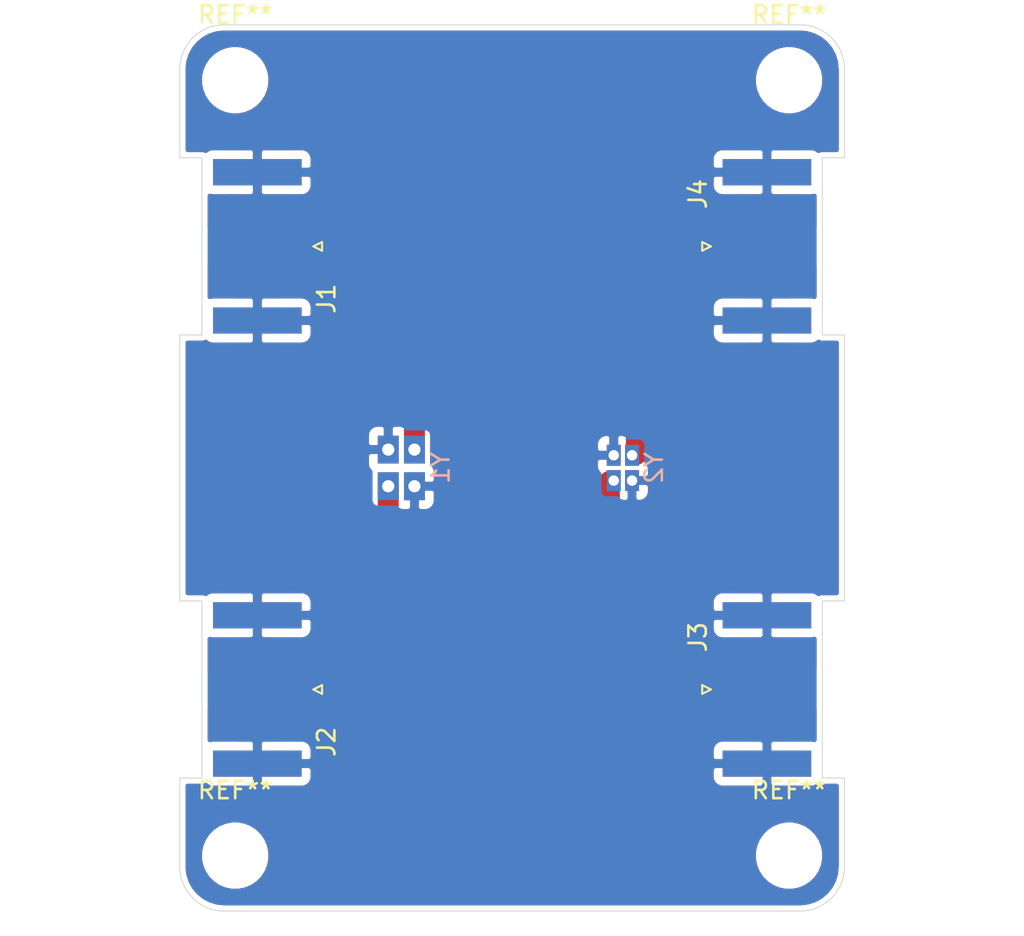
<source format=kicad_pcb>
(kicad_pcb (version 20171130) (host pcbnew "(5.1.5)-3")

  (general
    (thickness 1.6)
    (drawings 26)
    (tracks 12)
    (zones 0)
    (modules 10)
    (nets 6)
  )

  (page A4)
  (layers
    (0 F.Cu signal)
    (31 B.Cu signal)
    (32 B.Adhes user)
    (33 F.Adhes user)
    (34 B.Paste user)
    (35 F.Paste user)
    (36 B.SilkS user)
    (37 F.SilkS user)
    (38 B.Mask user)
    (39 F.Mask user)
    (40 Dwgs.User user)
    (41 Cmts.User user)
    (42 Eco1.User user)
    (43 Eco2.User user)
    (44 Edge.Cuts user)
    (45 Margin user)
    (46 B.CrtYd user)
    (47 F.CrtYd user)
    (48 B.Fab user)
    (49 F.Fab user)
  )

  (setup
    (last_trace_width 0.25)
    (trace_clearance 0.2)
    (zone_clearance 0.3)
    (zone_45_only no)
    (trace_min 0.2)
    (via_size 0.8)
    (via_drill 0.4)
    (via_min_size 0.4)
    (via_min_drill 0.3)
    (uvia_size 0.3)
    (uvia_drill 0.1)
    (uvias_allowed no)
    (uvia_min_size 0.2)
    (uvia_min_drill 0.1)
    (edge_width 0.05)
    (segment_width 0.2)
    (pcb_text_width 0.3)
    (pcb_text_size 1.5 1.5)
    (mod_edge_width 0.12)
    (mod_text_size 1 1)
    (mod_text_width 0.15)
    (pad_size 3.2 3.2)
    (pad_drill 3.2)
    (pad_to_mask_clearance 0.051)
    (solder_mask_min_width 0.25)
    (aux_axis_origin 0 0)
    (visible_elements 7FFFFFFF)
    (pcbplotparams
      (layerselection 0x01400_ffffffff)
      (usegerberextensions false)
      (usegerberattributes false)
      (usegerberadvancedattributes false)
      (creategerberjobfile false)
      (excludeedgelayer true)
      (linewidth 0.100000)
      (plotframeref false)
      (viasonmask false)
      (mode 1)
      (useauxorigin false)
      (hpglpennumber 1)
      (hpglpenspeed 20)
      (hpglpendiameter 15.000000)
      (psnegative false)
      (psa4output false)
      (plotreference true)
      (plotvalue true)
      (plotinvisibletext false)
      (padsonsilk false)
      (subtractmaskfromsilk false)
      (outputformat 1)
      (mirror false)
      (drillshape 0)
      (scaleselection 1)
      (outputdirectory "./"))
  )

  (net 0 "")
  (net 1 GND)
  (net 2 "Net-(J1-Pad1)")
  (net 3 "Net-(J2-Pad1)")
  (net 4 "Net-(J3-Pad1)")
  (net 5 "Net-(J4-Pad1)")

  (net_class Default "This is the default net class."
    (clearance 0.2)
    (trace_width 0.25)
    (via_dia 0.8)
    (via_drill 0.4)
    (uvia_dia 0.3)
    (uvia_drill 0.1)
    (add_net GND)
  )

  (net_class 50ohm_milled ""
    (clearance 0.3)
    (trace_width 1.2)
    (via_dia 1.3)
    (via_drill 1)
    (uvia_dia 0.3)
    (uvia_drill 0.1)
    (add_net "Net-(J1-Pad1)")
    (add_net "Net-(J2-Pad1)")
    (add_net "Net-(J3-Pad1)")
    (add_net "Net-(J4-Pad1)")
  )

  (module MountingHole:MountingHole_3.2mm_M3_ISO14580 (layer F.Cu) (tedit 56D1B4CB) (tstamp 5E3DE20C)
    (at 3.175 -3.175)
    (descr "Mounting Hole 3.2mm, no annular, M3, ISO14580")
    (tags "mounting hole 3.2mm no annular m3 iso14580")
    (attr virtual)
    (fp_text reference REF** (at 0 -3.75) (layer F.SilkS)
      (effects (font (size 1 1) (thickness 0.15)))
    )
    (fp_text value MountingHole_3.2mm_M3_ISO14580 (at 0 3.75) (layer F.Fab)
      (effects (font (size 1 1) (thickness 0.15)))
    )
    (fp_text user %R (at 0.3 0) (layer F.Fab)
      (effects (font (size 1 1) (thickness 0.15)))
    )
    (fp_circle (center 0 0) (end 2.75 0) (layer Cmts.User) (width 0.15))
    (fp_circle (center 0 0) (end 3 0) (layer F.CrtYd) (width 0.05))
    (pad 1 np_thru_hole circle (at 0 0) (size 3.2 3.2) (drill 3.2) (layers *.Cu *.Mask))
  )

  (module Connector_Coaxial:SMA_Amphenol_132289_EdgeMount (layer F.Cu) (tedit 5A1C1810) (tstamp 5E3DDC94)
    (at 4.445 -38.1 180)
    (descr http://www.amphenolrf.com/132289.html)
    (tags SMA)
    (path /5D614539)
    (attr smd)
    (fp_text reference J1 (at -3.96 -3 90) (layer F.SilkS)
      (effects (font (size 1 1) (thickness 0.15)))
    )
    (fp_text value Conn_Coaxial (at 5 6) (layer F.Fab)
      (effects (font (size 1 1) (thickness 0.15)))
    )
    (fp_line (start -1.91 5.08) (end 4.445 5.08) (layer F.Fab) (width 0.1))
    (fp_line (start -1.91 3.81) (end -1.91 5.08) (layer F.Fab) (width 0.1))
    (fp_line (start 2.54 3.81) (end -1.91 3.81) (layer F.Fab) (width 0.1))
    (fp_line (start 2.54 -3.81) (end 2.54 3.81) (layer F.Fab) (width 0.1))
    (fp_line (start -1.91 -3.81) (end 2.54 -3.81) (layer F.Fab) (width 0.1))
    (fp_line (start -1.91 -5.08) (end -1.91 -3.81) (layer F.Fab) (width 0.1))
    (fp_line (start -1.91 -5.08) (end 4.445 -5.08) (layer F.Fab) (width 0.1))
    (fp_line (start 4.445 -3.81) (end 4.445 -5.08) (layer F.Fab) (width 0.1))
    (fp_line (start 4.445 5.08) (end 4.445 3.81) (layer F.Fab) (width 0.1))
    (fp_line (start 13.97 3.81) (end 4.445 3.81) (layer F.Fab) (width 0.1))
    (fp_line (start 13.97 -3.81) (end 13.97 3.81) (layer F.Fab) (width 0.1))
    (fp_line (start 4.445 -3.81) (end 13.97 -3.81) (layer F.Fab) (width 0.1))
    (fp_line (start -3.04 5.58) (end -3.04 -5.58) (layer B.CrtYd) (width 0.05))
    (fp_line (start 14.47 5.58) (end -3.04 5.58) (layer B.CrtYd) (width 0.05))
    (fp_line (start 14.47 -5.58) (end 14.47 5.58) (layer B.CrtYd) (width 0.05))
    (fp_line (start 14.47 -5.58) (end -3.04 -5.58) (layer B.CrtYd) (width 0.05))
    (fp_line (start -3.04 5.58) (end -3.04 -5.58) (layer F.CrtYd) (width 0.05))
    (fp_line (start 14.47 5.58) (end -3.04 5.58) (layer F.CrtYd) (width 0.05))
    (fp_line (start 14.47 -5.58) (end 14.47 5.58) (layer F.CrtYd) (width 0.05))
    (fp_line (start 14.47 -5.58) (end -3.04 -5.58) (layer F.CrtYd) (width 0.05))
    (fp_text user %R (at 4.79 0 270) (layer F.Fab)
      (effects (font (size 1 1) (thickness 0.15)))
    )
    (fp_line (start 2.54 -0.75) (end 3.54 0) (layer F.Fab) (width 0.1))
    (fp_line (start 3.54 0) (end 2.54 0.75) (layer F.Fab) (width 0.1))
    (fp_line (start -3.21 0) (end -3.71 -0.25) (layer F.SilkS) (width 0.12))
    (fp_line (start -3.71 -0.25) (end -3.71 0.25) (layer F.SilkS) (width 0.12))
    (fp_line (start -3.71 0.25) (end -3.21 0) (layer F.SilkS) (width 0.12))
    (pad 1 smd rect (at 0 0 270) (size 1.5 5.08) (layers F.Cu F.Paste F.Mask)
      (net 2 "Net-(J1-Pad1)"))
    (pad 2 smd rect (at 0 -4.25 270) (size 1.5 5.08) (layers F.Cu F.Paste F.Mask)
      (net 1 GND))
    (pad 2 smd rect (at 0 4.25 270) (size 1.5 5.08) (layers F.Cu F.Paste F.Mask)
      (net 1 GND))
    (pad 2 smd rect (at 0 -4.25 270) (size 1.5 5.08) (layers B.Cu B.Paste B.Mask)
      (net 1 GND))
    (pad 2 smd rect (at 0 4.25 270) (size 1.5 5.08) (layers B.Cu B.Paste B.Mask)
      (net 1 GND))
    (model ${KISYS3DMOD}/Connector_Coaxial.3dshapes/SMA_Amphenol_132289_EdgeMount.wrl
      (at (xyz 0 0 0))
      (scale (xyz 1 1 1))
      (rotate (xyz 0 0 0))
    )
  )

  (module MountingHole:MountingHole_3.2mm_M3_ISO14580 (layer F.Cu) (tedit 56D1B4CB) (tstamp 5E3DA6DF)
    (at 34.925 -3.175)
    (descr "Mounting Hole 3.2mm, no annular, M3, ISO14580")
    (tags "mounting hole 3.2mm no annular m3 iso14580")
    (attr virtual)
    (fp_text reference REF** (at 0 -3.75) (layer F.SilkS)
      (effects (font (size 1 1) (thickness 0.15)))
    )
    (fp_text value MountingHole_3.2mm_M3_ISO14580 (at 0 3.75) (layer F.Fab)
      (effects (font (size 1 1) (thickness 0.15)))
    )
    (fp_circle (center 0 0) (end 3 0) (layer F.CrtYd) (width 0.05))
    (fp_circle (center 0 0) (end 2.75 0) (layer Cmts.User) (width 0.15))
    (fp_text user %R (at 0.3 0) (layer F.Fab)
      (effects (font (size 1 1) (thickness 0.15)))
    )
    (pad 1 np_thru_hole circle (at 0 0) (size 3.2 3.2) (drill 3.2) (layers *.Cu *.Mask))
  )

  (module MountingHole:MountingHole_3.2mm_M3_ISO14580 (layer F.Cu) (tedit 56D1B4CB) (tstamp 5E500ABE)
    (at 34.925 -47.625)
    (descr "Mounting Hole 3.2mm, no annular, M3, ISO14580")
    (tags "mounting hole 3.2mm no annular m3 iso14580")
    (attr virtual)
    (fp_text reference REF** (at 0 -3.75) (layer F.SilkS)
      (effects (font (size 1 1) (thickness 0.15)))
    )
    (fp_text value MountingHole_3.2mm_M3_ISO14580 (at 0 3.75) (layer F.Fab)
      (effects (font (size 1 1) (thickness 0.15)))
    )
    (fp_circle (center 0 0) (end 3 0) (layer F.CrtYd) (width 0.05))
    (fp_circle (center 0 0) (end 2.75 0) (layer Cmts.User) (width 0.15))
    (fp_text user %R (at 0.3 0) (layer F.Fab)
      (effects (font (size 1 1) (thickness 0.15)))
    )
    (pad 1 np_thru_hole circle (at 0 0) (size 3.2 3.2) (drill 3.2) (layers *.Cu *.Mask))
  )

  (module MountingHole:MountingHole_3.2mm_M3_ISO14580 (layer F.Cu) (tedit 56D1B4CB) (tstamp 5E3DD625)
    (at 3.175 -47.625)
    (descr "Mounting Hole 3.2mm, no annular, M3, ISO14580")
    (tags "mounting hole 3.2mm no annular m3 iso14580")
    (attr virtual)
    (fp_text reference REF** (at 0 -3.75) (layer F.SilkS)
      (effects (font (size 1 1) (thickness 0.15)))
    )
    (fp_text value MountingHole_3.2mm_M3_ISO14580 (at 0 3.75) (layer F.Fab)
      (effects (font (size 1 1) (thickness 0.15)))
    )
    (fp_circle (center 0 0) (end 3 0) (layer F.CrtYd) (width 0.05))
    (fp_circle (center 0 0) (end 2.75 0) (layer Cmts.User) (width 0.15))
    (fp_text user %R (at 0.3 0) (layer F.Fab)
      (effects (font (size 1 1) (thickness 0.15)))
    )
    (pad 1 np_thru_hole circle (at 0 0) (size 3.2 3.2) (drill 3.2) (layers *.Cu *.Mask))
  )

  (module Connector_Coaxial:SMA_Amphenol_132289_EdgeMount (layer F.Cu) (tedit 5A1C1810) (tstamp 5E3DD90B)
    (at 33.655 -38.1)
    (descr http://www.amphenolrf.com/132289.html)
    (tags SMA)
    (path /5E3FE1F8)
    (attr smd)
    (fp_text reference J4 (at -3.96 -3 90) (layer F.SilkS)
      (effects (font (size 1 1) (thickness 0.15)))
    )
    (fp_text value Conn_Coaxial (at 5 6) (layer F.Fab)
      (effects (font (size 1 1) (thickness 0.15)))
    )
    (fp_line (start -1.91 5.08) (end 4.445 5.08) (layer F.Fab) (width 0.1))
    (fp_line (start -1.91 3.81) (end -1.91 5.08) (layer F.Fab) (width 0.1))
    (fp_line (start 2.54 3.81) (end -1.91 3.81) (layer F.Fab) (width 0.1))
    (fp_line (start 2.54 -3.81) (end 2.54 3.81) (layer F.Fab) (width 0.1))
    (fp_line (start -1.91 -3.81) (end 2.54 -3.81) (layer F.Fab) (width 0.1))
    (fp_line (start -1.91 -5.08) (end -1.91 -3.81) (layer F.Fab) (width 0.1))
    (fp_line (start -1.91 -5.08) (end 4.445 -5.08) (layer F.Fab) (width 0.1))
    (fp_line (start 4.445 -3.81) (end 4.445 -5.08) (layer F.Fab) (width 0.1))
    (fp_line (start 4.445 5.08) (end 4.445 3.81) (layer F.Fab) (width 0.1))
    (fp_line (start 13.97 3.81) (end 4.445 3.81) (layer F.Fab) (width 0.1))
    (fp_line (start 13.97 -3.81) (end 13.97 3.81) (layer F.Fab) (width 0.1))
    (fp_line (start 4.445 -3.81) (end 13.97 -3.81) (layer F.Fab) (width 0.1))
    (fp_line (start -3.04 5.58) (end -3.04 -5.58) (layer B.CrtYd) (width 0.05))
    (fp_line (start 14.47 5.58) (end -3.04 5.58) (layer B.CrtYd) (width 0.05))
    (fp_line (start 14.47 -5.58) (end 14.47 5.58) (layer B.CrtYd) (width 0.05))
    (fp_line (start 14.47 -5.58) (end -3.04 -5.58) (layer B.CrtYd) (width 0.05))
    (fp_line (start -3.04 5.58) (end -3.04 -5.58) (layer F.CrtYd) (width 0.05))
    (fp_line (start 14.47 5.58) (end -3.04 5.58) (layer F.CrtYd) (width 0.05))
    (fp_line (start 14.47 -5.58) (end 14.47 5.58) (layer F.CrtYd) (width 0.05))
    (fp_line (start 14.47 -5.58) (end -3.04 -5.58) (layer F.CrtYd) (width 0.05))
    (fp_text user %R (at 4.79 0 270) (layer F.Fab)
      (effects (font (size 1 1) (thickness 0.15)))
    )
    (fp_line (start 2.54 -0.75) (end 3.54 0) (layer F.Fab) (width 0.1))
    (fp_line (start 3.54 0) (end 2.54 0.75) (layer F.Fab) (width 0.1))
    (fp_line (start -3.21 0) (end -3.71 -0.25) (layer F.SilkS) (width 0.12))
    (fp_line (start -3.71 -0.25) (end -3.71 0.25) (layer F.SilkS) (width 0.12))
    (fp_line (start -3.71 0.25) (end -3.21 0) (layer F.SilkS) (width 0.12))
    (pad 1 smd rect (at 0 0 90) (size 1.5 5.08) (layers F.Cu F.Paste F.Mask)
      (net 5 "Net-(J4-Pad1)"))
    (pad 2 smd rect (at 0 -4.25 90) (size 1.5 5.08) (layers F.Cu F.Paste F.Mask)
      (net 1 GND))
    (pad 2 smd rect (at 0 4.25 90) (size 1.5 5.08) (layers F.Cu F.Paste F.Mask)
      (net 1 GND))
    (pad 2 smd rect (at 0 -4.25 90) (size 1.5 5.08) (layers B.Cu B.Paste B.Mask)
      (net 1 GND))
    (pad 2 smd rect (at 0 4.25 90) (size 1.5 5.08) (layers B.Cu B.Paste B.Mask)
      (net 1 GND))
    (model ${KISYS3DMOD}/Connector_Coaxial.3dshapes/SMA_Amphenol_132289_EdgeMount.wrl
      (at (xyz 0 0 0))
      (scale (xyz 1 1 1))
      (rotate (xyz 0 0 0))
    )
  )

  (module Connector_Coaxial:SMA_Amphenol_132289_EdgeMount (layer F.Cu) (tedit 5A1C1810) (tstamp 5E3DE5A0)
    (at 33.655 -12.7)
    (descr http://www.amphenolrf.com/132289.html)
    (tags SMA)
    (path /5E3FE202)
    (attr smd)
    (fp_text reference J3 (at -3.96 -3 90) (layer F.SilkS)
      (effects (font (size 1 1) (thickness 0.15)))
    )
    (fp_text value Conn_Coaxial (at 5 6) (layer F.Fab)
      (effects (font (size 1 1) (thickness 0.15)))
    )
    (fp_line (start -1.91 5.08) (end 4.445 5.08) (layer F.Fab) (width 0.1))
    (fp_line (start -1.91 3.81) (end -1.91 5.08) (layer F.Fab) (width 0.1))
    (fp_line (start 2.54 3.81) (end -1.91 3.81) (layer F.Fab) (width 0.1))
    (fp_line (start 2.54 -3.81) (end 2.54 3.81) (layer F.Fab) (width 0.1))
    (fp_line (start -1.91 -3.81) (end 2.54 -3.81) (layer F.Fab) (width 0.1))
    (fp_line (start -1.91 -5.08) (end -1.91 -3.81) (layer F.Fab) (width 0.1))
    (fp_line (start -1.91 -5.08) (end 4.445 -5.08) (layer F.Fab) (width 0.1))
    (fp_line (start 4.445 -3.81) (end 4.445 -5.08) (layer F.Fab) (width 0.1))
    (fp_line (start 4.445 5.08) (end 4.445 3.81) (layer F.Fab) (width 0.1))
    (fp_line (start 13.97 3.81) (end 4.445 3.81) (layer F.Fab) (width 0.1))
    (fp_line (start 13.97 -3.81) (end 13.97 3.81) (layer F.Fab) (width 0.1))
    (fp_line (start 4.445 -3.81) (end 13.97 -3.81) (layer F.Fab) (width 0.1))
    (fp_line (start -3.04 5.58) (end -3.04 -5.58) (layer B.CrtYd) (width 0.05))
    (fp_line (start 14.47 5.58) (end -3.04 5.58) (layer B.CrtYd) (width 0.05))
    (fp_line (start 14.47 -5.58) (end 14.47 5.58) (layer B.CrtYd) (width 0.05))
    (fp_line (start 14.47 -5.58) (end -3.04 -5.58) (layer B.CrtYd) (width 0.05))
    (fp_line (start -3.04 5.58) (end -3.04 -5.58) (layer F.CrtYd) (width 0.05))
    (fp_line (start 14.47 5.58) (end -3.04 5.58) (layer F.CrtYd) (width 0.05))
    (fp_line (start 14.47 -5.58) (end 14.47 5.58) (layer F.CrtYd) (width 0.05))
    (fp_line (start 14.47 -5.58) (end -3.04 -5.58) (layer F.CrtYd) (width 0.05))
    (fp_text user %R (at 4.79 0 270) (layer F.Fab)
      (effects (font (size 1 1) (thickness 0.15)))
    )
    (fp_line (start 2.54 -0.75) (end 3.54 0) (layer F.Fab) (width 0.1))
    (fp_line (start 3.54 0) (end 2.54 0.75) (layer F.Fab) (width 0.1))
    (fp_line (start -3.21 0) (end -3.71 -0.25) (layer F.SilkS) (width 0.12))
    (fp_line (start -3.71 -0.25) (end -3.71 0.25) (layer F.SilkS) (width 0.12))
    (fp_line (start -3.71 0.25) (end -3.21 0) (layer F.SilkS) (width 0.12))
    (pad 1 smd rect (at 0 0 90) (size 1.5 5.08) (layers F.Cu F.Paste F.Mask)
      (net 4 "Net-(J3-Pad1)"))
    (pad 2 smd rect (at 0 -4.25 90) (size 1.5 5.08) (layers F.Cu F.Paste F.Mask)
      (net 1 GND))
    (pad 2 smd rect (at 0 4.25 90) (size 1.5 5.08) (layers F.Cu F.Paste F.Mask)
      (net 1 GND))
    (pad 2 smd rect (at 0 -4.25 90) (size 1.5 5.08) (layers B.Cu B.Paste B.Mask)
      (net 1 GND))
    (pad 2 smd rect (at 0 4.25 90) (size 1.5 5.08) (layers B.Cu B.Paste B.Mask)
      (net 1 GND))
    (model ${KISYS3DMOD}/Connector_Coaxial.3dshapes/SMA_Amphenol_132289_EdgeMount.wrl
      (at (xyz 0 0 0))
      (scale (xyz 1 1 1))
      (rotate (xyz 0 0 0))
    )
  )

  (module Connector_Coaxial:SMA_Amphenol_132289_EdgeMount (layer F.Cu) (tedit 5A1C1810) (tstamp 5E3DB7B7)
    (at 4.445 -12.7 180)
    (descr http://www.amphenolrf.com/132289.html)
    (tags SMA)
    (path /5D614489)
    (attr smd)
    (fp_text reference J2 (at -3.96 -3 90) (layer F.SilkS)
      (effects (font (size 1 1) (thickness 0.15)))
    )
    (fp_text value Conn_Coaxial (at 5 6) (layer F.Fab)
      (effects (font (size 1 1) (thickness 0.15)))
    )
    (fp_line (start -1.91 5.08) (end 4.445 5.08) (layer F.Fab) (width 0.1))
    (fp_line (start -1.91 3.81) (end -1.91 5.08) (layer F.Fab) (width 0.1))
    (fp_line (start 2.54 3.81) (end -1.91 3.81) (layer F.Fab) (width 0.1))
    (fp_line (start 2.54 -3.81) (end 2.54 3.81) (layer F.Fab) (width 0.1))
    (fp_line (start -1.91 -3.81) (end 2.54 -3.81) (layer F.Fab) (width 0.1))
    (fp_line (start -1.91 -5.08) (end -1.91 -3.81) (layer F.Fab) (width 0.1))
    (fp_line (start -1.91 -5.08) (end 4.445 -5.08) (layer F.Fab) (width 0.1))
    (fp_line (start 4.445 -3.81) (end 4.445 -5.08) (layer F.Fab) (width 0.1))
    (fp_line (start 4.445 5.08) (end 4.445 3.81) (layer F.Fab) (width 0.1))
    (fp_line (start 13.97 3.81) (end 4.445 3.81) (layer F.Fab) (width 0.1))
    (fp_line (start 13.97 -3.81) (end 13.97 3.81) (layer F.Fab) (width 0.1))
    (fp_line (start 4.445 -3.81) (end 13.97 -3.81) (layer F.Fab) (width 0.1))
    (fp_line (start -3.04 5.58) (end -3.04 -5.58) (layer B.CrtYd) (width 0.05))
    (fp_line (start 14.47 5.58) (end -3.04 5.58) (layer B.CrtYd) (width 0.05))
    (fp_line (start 14.47 -5.58) (end 14.47 5.58) (layer B.CrtYd) (width 0.05))
    (fp_line (start 14.47 -5.58) (end -3.04 -5.58) (layer B.CrtYd) (width 0.05))
    (fp_line (start -3.04 5.58) (end -3.04 -5.58) (layer F.CrtYd) (width 0.05))
    (fp_line (start 14.47 5.58) (end -3.04 5.58) (layer F.CrtYd) (width 0.05))
    (fp_line (start 14.47 -5.58) (end 14.47 5.58) (layer F.CrtYd) (width 0.05))
    (fp_line (start 14.47 -5.58) (end -3.04 -5.58) (layer F.CrtYd) (width 0.05))
    (fp_text user %R (at 4.79 0 270) (layer F.Fab)
      (effects (font (size 1 1) (thickness 0.15)))
    )
    (fp_line (start 2.54 -0.75) (end 3.54 0) (layer F.Fab) (width 0.1))
    (fp_line (start 3.54 0) (end 2.54 0.75) (layer F.Fab) (width 0.1))
    (fp_line (start -3.21 0) (end -3.71 -0.25) (layer F.SilkS) (width 0.12))
    (fp_line (start -3.71 -0.25) (end -3.71 0.25) (layer F.SilkS) (width 0.12))
    (fp_line (start -3.71 0.25) (end -3.21 0) (layer F.SilkS) (width 0.12))
    (pad 1 smd rect (at 0 0 270) (size 1.5 5.08) (layers F.Cu F.Paste F.Mask)
      (net 3 "Net-(J2-Pad1)"))
    (pad 2 smd rect (at 0 -4.25 270) (size 1.5 5.08) (layers F.Cu F.Paste F.Mask)
      (net 1 GND))
    (pad 2 smd rect (at 0 4.25 270) (size 1.5 5.08) (layers F.Cu F.Paste F.Mask)
      (net 1 GND))
    (pad 2 smd rect (at 0 -4.25 270) (size 1.5 5.08) (layers B.Cu B.Paste B.Mask)
      (net 1 GND))
    (pad 2 smd rect (at 0 4.25 270) (size 1.5 5.08) (layers B.Cu B.Paste B.Mask)
      (net 1 GND))
    (model ${KISYS3DMOD}/Connector_Coaxial.3dshapes/SMA_Amphenol_132289_EdgeMount.wrl
      (at (xyz 0 0 0))
      (scale (xyz 1 1 1))
      (rotate (xyz 0 0 0))
    )
  )

  (module abracon:AXS-3225-04-02 (layer B.Cu) (tedit 5DDD3CB3) (tstamp 5E500724)
    (at 12.7 -25.4 270)
    (path /5DDDC3CC)
    (fp_text reference Y1 (at 0 -2.25 270) (layer B.SilkS)
      (effects (font (size 1 1) (thickness 0.15)) (justify mirror))
    )
    (fp_text value AXS-3225-04-02 (at 0 2.25 270) (layer B.Fab)
      (effects (font (size 1 1) (thickness 0.15)) (justify mirror))
    )
    (fp_line (start -7 3) (end -7 -3) (layer Dwgs.User) (width 0.12))
    (fp_line (start 7 3) (end -7 3) (layer Dwgs.User) (width 0.12))
    (fp_line (start 7 -3) (end 7 3) (layer Dwgs.User) (width 0.12))
    (fp_line (start -7 -3) (end 7 -3) (layer Dwgs.User) (width 0.12))
    (fp_line (start 14 -2) (end 7 -2) (layer Dwgs.User) (width 0.12))
    (fp_line (start 14 2) (end 14 -2) (layer Dwgs.User) (width 0.12))
    (fp_line (start 7 2) (end 14 2) (layer Dwgs.User) (width 0.12))
    (pad 4 thru_hole rect (at 1.05 -0.75 270) (size 1.6 1.2) (drill 0.7) (layers *.Cu *.Mask)
      (net 1 GND))
    (pad 3 thru_hole rect (at 1.05 0.75 270) (size 1.6 1.2) (drill 0.7) (layers *.Cu *.Mask)
      (net 3 "Net-(J2-Pad1)"))
    (pad 2 thru_hole rect (at -1.05 0.75 270) (size 1.6 1.2) (drill 0.7) (layers *.Cu *.Mask)
      (net 1 GND))
    (pad 1 thru_hole rect (at -1.05 -0.75 270) (size 1.6 1.2) (drill 0.7) (layers *.Cu *.Mask)
      (net 2 "Net-(J1-Pad1)"))
  )

  (module abracon:AXS-2016-04-04 (layer B.Cu) (tedit 5DDD3B80) (tstamp 5E500F20)
    (at 25.4 -25.4 270)
    (descr "CRYSTAL OSCILLATOR TEST & BURN IN SOCKET (2.0 x 1.6 x 0.7mm)")
    (path /5E3FE232)
    (fp_text reference Y2 (at 0 -1.778 270) (layer B.SilkS)
      (effects (font (size 1 1) (thickness 0.15)) (justify mirror))
    )
    (fp_text value AXS-3225-04-02 (at 0 1.651 270) (layer F.Fab)
      (effects (font (size 1 1) (thickness 0.15)))
    )
    (fp_line (start -8 -2.5) (end -8 2.5) (layer Dwgs.User) (width 0.12))
    (fp_line (start 8 -2.5) (end -8 -2.5) (layer Dwgs.User) (width 0.12))
    (fp_line (start 8 2.5) (end 8 -2.5) (layer Dwgs.User) (width 0.12))
    (fp_line (start -8 2.5) (end 8 2.5) (layer Dwgs.User) (width 0.12))
    (fp_line (start 16 -2) (end 8 -2) (layer Dwgs.User) (width 0.12))
    (fp_line (start 16 2) (end 16 -2) (layer Dwgs.User) (width 0.12))
    (fp_line (start 8 2) (end 16 2) (layer Dwgs.User) (width 0.12))
    (pad 4 thru_hole rect (at 0.725 -0.525 270) (size 1.2 0.8) (drill 0.6) (layers *.Cu *.Mask)
      (net 1 GND))
    (pad 3 thru_hole rect (at 0.725 0.525 270) (size 1.2 0.8) (drill 0.6) (layers *.Cu *.Mask)
      (net 4 "Net-(J3-Pad1)"))
    (pad 2 thru_hole rect (at -0.725 0.525 270) (size 1.2 0.8) (drill 0.6) (layers *.Cu *.Mask)
      (net 1 GND))
    (pad 1 thru_hole rect (at -0.725 -0.525 270) (size 1.2 0.8) (drill 0.6) (layers *.Cu *.Mask)
      (net 5 "Net-(J4-Pad1)"))
  )

  (gr_line (start 2.54 0) (end 35.56 0) (layer Edge.Cuts) (width 0.05) (tstamp 5E3DE45E))
  (gr_line (start 2.54 -50.8) (end 35.56 -50.8) (layer Edge.Cuts) (width 0.05) (tstamp 5E3DE45D))
  (gr_text "3.2 x 2.5" (at 6.35 -25.4 270) (layer Eco1.User)
    (effects (font (size 1.5 1.5) (thickness 0.3)) (justify mirror))
  )
  (gr_text "2.0 x 1.6" (at 31.75 -25.4 90) (layer Eco1.User)
    (effects (font (size 1.5 1.5) (thickness 0.3)) (justify mirror))
  )
  (gr_line (start 0 -7.62) (end 0 -2.54) (layer Edge.Cuts) (width 0.05) (tstamp 5E3DD702))
  (gr_line (start 1.27 -7.62) (end 0 -7.62) (layer Edge.Cuts) (width 0.05))
  (gr_line (start 1.27 -17.78) (end 1.27 -7.62) (layer Edge.Cuts) (width 0.05))
  (gr_line (start 0 -17.78) (end 1.27 -17.78) (layer Edge.Cuts) (width 0.05))
  (gr_line (start 0 -33.02) (end 0 -17.78) (layer Edge.Cuts) (width 0.05))
  (gr_line (start 1.27 -33.02) (end 0 -33.02) (layer Edge.Cuts) (width 0.05))
  (gr_line (start 1.27 -43.18) (end 1.27 -33.02) (layer Edge.Cuts) (width 0.05))
  (gr_line (start 0 -43.18) (end 1.27 -43.18) (layer Edge.Cuts) (width 0.05))
  (gr_line (start 0 -48.26) (end 0 -43.18) (layer Edge.Cuts) (width 0.05))
  (gr_line (start 38.1 -7.62) (end 38.1 -2.54) (layer Edge.Cuts) (width 0.05) (tstamp 5E3DD6C3))
  (gr_line (start 36.83 -7.62) (end 38.1 -7.62) (layer Edge.Cuts) (width 0.05))
  (gr_line (start 36.83 -17.78) (end 36.83 -7.62) (layer Edge.Cuts) (width 0.05))
  (gr_line (start 38.1 -17.78) (end 36.83 -17.78) (layer Edge.Cuts) (width 0.05))
  (gr_line (start 38.1 -33.02) (end 38.1 -17.78) (layer Edge.Cuts) (width 0.05))
  (gr_line (start 36.83 -33.02) (end 38.1 -33.02) (layer Edge.Cuts) (width 0.05))
  (gr_line (start 36.83 -43.18) (end 36.83 -33.02) (layer Edge.Cuts) (width 0.05))
  (gr_line (start 38.1 -43.18) (end 36.83 -43.18) (layer Edge.Cuts) (width 0.05))
  (gr_line (start 38.1 -48.26) (end 38.1 -43.18) (layer Edge.Cuts) (width 0.05))
  (gr_arc (start 2.54 -2.54) (end 0 -2.54) (angle -90) (layer Edge.Cuts) (width 0.05))
  (gr_arc (start 35.56 -2.54) (end 35.56 0) (angle -90) (layer Edge.Cuts) (width 0.05))
  (gr_arc (start 35.56 -48.26) (end 38.1 -48.26) (angle -90) (layer Edge.Cuts) (width 0.05))
  (gr_arc (start 2.54 -48.26) (end 2.54 -50.8) (angle -90) (layer Edge.Cuts) (width 0.05))

  (segment (start 4.445 -38.1) (end 8.89 -38.1) (width 1.2) (layer F.Cu) (net 2))
  (segment (start 13.45 -33.54) (end 13.45 -26.45) (width 1.2) (layer F.Cu) (net 2))
  (segment (start 8.89 -38.1) (end 13.45 -33.54) (width 1.2) (layer F.Cu) (net 2))
  (segment (start 4.445 -12.7) (end 8.89 -12.7) (width 1.2) (layer F.Cu) (net 3))
  (segment (start 11.95 -15.76) (end 11.95 -24.35) (width 1.2) (layer F.Cu) (net 3))
  (segment (start 8.89 -12.7) (end 11.95 -15.76) (width 1.2) (layer F.Cu) (net 3))
  (segment (start 33.655 -12.7) (end 29.915 -12.7) (width 1.2) (layer F.Cu) (net 4))
  (segment (start 24.624999 -17.990001) (end 24.624999 -24.624999) (width 1.2) (layer F.Cu) (net 4))
  (segment (start 29.915 -12.7) (end 24.624999 -17.990001) (width 1.2) (layer F.Cu) (net 4))
  (segment (start 33.655 -38.1) (end 29.21 -38.1) (width 1.2) (layer F.Cu) (net 5))
  (segment (start 26.175001 -35.065001) (end 26.175001 -26.175001) (width 1.2) (layer F.Cu) (net 5))
  (segment (start 29.21 -38.1) (end 26.175001 -35.065001) (width 1.2) (layer F.Cu) (net 5))

  (zone (net 1) (net_name GND) (layer F.Cu) (tstamp 5E501069) (hatch edge 0.508)
    (connect_pads (clearance 0.3))
    (min_thickness 0.254)
    (fill yes (arc_segments 32) (thermal_gap 0.508) (thermal_bridge_width 0.508))
    (polygon
      (pts
        (xy 38.735 0.635) (xy -0.635 0.635) (xy -0.635 -52.07) (xy 38.735 -52.07)
      )
    )
    (filled_polygon
      (pts
        (xy 35.965143 -50.306108) (xy 36.354853 -50.188447) (xy 36.714282 -49.997335) (xy 37.02975 -49.740045) (xy 37.289233 -49.426384)
        (xy 37.482851 -49.068295) (xy 37.60323 -48.679413) (xy 37.648 -48.253453) (xy 37.648001 -43.632) (xy 36.852205 -43.632)
        (xy 36.83 -43.634187) (xy 36.807795 -43.632) (xy 36.741393 -43.62546) (xy 36.65619 -43.599614) (xy 36.614395 -43.577274)
        (xy 36.549494 -43.630537) (xy 36.43918 -43.689502) (xy 36.319482 -43.725812) (xy 36.195 -43.738072) (xy 33.94075 -43.735)
        (xy 33.782 -43.57625) (xy 33.782 -42.477) (xy 33.802 -42.477) (xy 33.802 -42.223) (xy 33.782 -42.223)
        (xy 33.782 -41.12375) (xy 33.94075 -40.965) (xy 36.195 -40.961928) (xy 36.319482 -40.974188) (xy 36.378 -40.991939)
        (xy 36.378 -39.236354) (xy 36.359196 -39.246405) (xy 36.278707 -39.270822) (xy 36.195 -39.279066) (xy 31.115 -39.279066)
        (xy 31.031293 -39.270822) (xy 30.950804 -39.246405) (xy 30.876624 -39.206755) (xy 30.811605 -39.153395) (xy 30.789943 -39.127)
        (xy 29.260443 -39.127) (xy 29.21 -39.131968) (xy 29.159556 -39.127) (xy 29.159549 -39.127) (xy 29.026831 -39.113928)
        (xy 29.008672 -39.11214) (xy 28.949947 -39.094326) (xy 28.815083 -39.053415) (xy 28.636669 -38.958051) (xy 28.636667 -38.95805)
        (xy 28.636668 -38.95805) (xy 28.519475 -38.861873) (xy 28.51947 -38.861868) (xy 28.480288 -38.829712) (xy 28.448132 -38.79053)
        (xy 25.484482 -35.826878) (xy 25.445289 -35.794713) (xy 25.31695 -35.638332) (xy 25.221586 -35.459917) (xy 25.162861 -35.266327)
        (xy 25.148001 -35.115451) (xy 25.148001 -35.115442) (xy 25.143033 -35.065001) (xy 25.148001 -35.01456) (xy 25.148002 -27.347252)
        (xy 25.002 -27.20125) (xy 25.002 -26.252) (xy 25.022 -26.252) (xy 25.022 -25.998) (xy 25.002 -25.998)
        (xy 25.002 -25.978) (xy 24.748 -25.978) (xy 24.748 -25.998) (xy 23.99875 -25.998) (xy 23.84 -25.83925)
        (xy 23.836928 -25.525) (xy 23.849188 -25.400518) (xy 23.871775 -25.32606) (xy 23.766949 -25.19833) (xy 23.671585 -25.019916)
        (xy 23.61286 -24.826326) (xy 23.598 -24.67545) (xy 23.597999 -18.040442) (xy 23.593031 -17.990001) (xy 23.597999 -17.93956)
        (xy 23.597999 -17.939551) (xy 23.612859 -17.788675) (xy 23.671584 -17.595085) (xy 23.766948 -17.41667) (xy 23.895287 -17.260289)
        (xy 23.93448 -17.228124) (xy 29.153128 -12.009475) (xy 29.185288 -11.970288) (xy 29.341669 -11.841949) (xy 29.520083 -11.746585)
        (xy 29.713673 -11.68786) (xy 29.864549 -11.673) (xy 29.864558 -11.673) (xy 29.914999 -11.668032) (xy 29.96544 -11.673)
        (xy 30.789943 -11.673) (xy 30.811605 -11.646605) (xy 30.876624 -11.593245) (xy 30.950804 -11.553595) (xy 31.031293 -11.529178)
        (xy 31.115 -11.520934) (xy 36.195 -11.520934) (xy 36.278707 -11.529178) (xy 36.359196 -11.553595) (xy 36.378001 -11.563646)
        (xy 36.378001 -9.808061) (xy 36.319482 -9.825812) (xy 36.195 -9.838072) (xy 33.94075 -9.835) (xy 33.782 -9.67625)
        (xy 33.782 -8.577) (xy 33.802 -8.577) (xy 33.802 -8.323) (xy 33.782 -8.323) (xy 33.782 -7.22375)
        (xy 33.94075 -7.065) (xy 36.195 -7.061928) (xy 36.319482 -7.074188) (xy 36.43918 -7.110498) (xy 36.549494 -7.169463)
        (xy 36.614395 -7.222726) (xy 36.65619 -7.200386) (xy 36.741393 -7.17454) (xy 36.807795 -7.168) (xy 36.83 -7.165813)
        (xy 36.852205 -7.168) (xy 37.648 -7.168) (xy 37.648001 -2.562119) (xy 37.606107 -2.134857) (xy 37.48845 -1.745155)
        (xy 37.297336 -1.385721) (xy 37.040045 -1.07025) (xy 36.726384 -0.810767) (xy 36.368295 -0.617149) (xy 35.979414 -0.49677)
        (xy 35.553453 -0.452) (xy 2.562109 -0.452) (xy 2.134857 -0.493893) (xy 1.745155 -0.61155) (xy 1.385721 -0.802664)
        (xy 1.07025 -1.059955) (xy 0.810767 -1.373616) (xy 0.617149 -1.731705) (xy 0.49677 -2.120586) (xy 0.452 -2.546547)
        (xy 0.452 -3.374642) (xy 1.148 -3.374642) (xy 1.148 -2.975358) (xy 1.225896 -2.583746) (xy 1.378696 -2.214855)
        (xy 1.600526 -1.882863) (xy 1.882863 -1.600526) (xy 2.214855 -1.378696) (xy 2.583746 -1.225896) (xy 2.975358 -1.148)
        (xy 3.374642 -1.148) (xy 3.766254 -1.225896) (xy 4.135145 -1.378696) (xy 4.467137 -1.600526) (xy 4.749474 -1.882863)
        (xy 4.971304 -2.214855) (xy 5.124104 -2.583746) (xy 5.202 -2.975358) (xy 5.202 -3.374642) (xy 32.898 -3.374642)
        (xy 32.898 -2.975358) (xy 32.975896 -2.583746) (xy 33.128696 -2.214855) (xy 33.350526 -1.882863) (xy 33.632863 -1.600526)
        (xy 33.964855 -1.378696) (xy 34.333746 -1.225896) (xy 34.725358 -1.148) (xy 35.124642 -1.148) (xy 35.516254 -1.225896)
        (xy 35.885145 -1.378696) (xy 36.217137 -1.600526) (xy 36.499474 -1.882863) (xy 36.721304 -2.214855) (xy 36.874104 -2.583746)
        (xy 36.952 -2.975358) (xy 36.952 -3.374642) (xy 36.874104 -3.766254) (xy 36.721304 -4.135145) (xy 36.499474 -4.467137)
        (xy 36.217137 -4.749474) (xy 35.885145 -4.971304) (xy 35.516254 -5.124104) (xy 35.124642 -5.202) (xy 34.725358 -5.202)
        (xy 34.333746 -5.124104) (xy 33.964855 -4.971304) (xy 33.632863 -4.749474) (xy 33.350526 -4.467137) (xy 33.128696 -4.135145)
        (xy 32.975896 -3.766254) (xy 32.898 -3.374642) (xy 5.202 -3.374642) (xy 5.124104 -3.766254) (xy 4.971304 -4.135145)
        (xy 4.749474 -4.467137) (xy 4.467137 -4.749474) (xy 4.135145 -4.971304) (xy 3.766254 -5.124104) (xy 3.374642 -5.202)
        (xy 2.975358 -5.202) (xy 2.583746 -5.124104) (xy 2.214855 -4.971304) (xy 1.882863 -4.749474) (xy 1.600526 -4.467137)
        (xy 1.378696 -4.135145) (xy 1.225896 -3.766254) (xy 1.148 -3.374642) (xy 0.452 -3.374642) (xy 0.452 -7.168)
        (xy 1.247795 -7.168) (xy 1.27 -7.165813) (xy 1.292205 -7.168) (xy 1.358607 -7.17454) (xy 1.44381 -7.200386)
        (xy 1.485605 -7.222726) (xy 1.550506 -7.169463) (xy 1.66082 -7.110498) (xy 1.780518 -7.074188) (xy 1.905 -7.061928)
        (xy 4.15925 -7.065) (xy 4.318 -7.22375) (xy 4.318 -8.323) (xy 4.572 -8.323) (xy 4.572 -7.22375)
        (xy 4.73075 -7.065) (xy 6.985 -7.061928) (xy 7.109482 -7.074188) (xy 7.22918 -7.110498) (xy 7.339494 -7.169463)
        (xy 7.436185 -7.248815) (xy 7.515537 -7.345506) (xy 7.574502 -7.45582) (xy 7.610812 -7.575518) (xy 7.623072 -7.7)
        (xy 30.476928 -7.7) (xy 30.489188 -7.575518) (xy 30.525498 -7.45582) (xy 30.584463 -7.345506) (xy 30.663815 -7.248815)
        (xy 30.760506 -7.169463) (xy 30.87082 -7.110498) (xy 30.990518 -7.074188) (xy 31.115 -7.061928) (xy 33.36925 -7.065)
        (xy 33.528 -7.22375) (xy 33.528 -8.323) (xy 30.63875 -8.323) (xy 30.48 -8.16425) (xy 30.476928 -7.7)
        (xy 7.623072 -7.7) (xy 7.62 -8.16425) (xy 7.46125 -8.323) (xy 4.572 -8.323) (xy 4.318 -8.323)
        (xy 4.298 -8.323) (xy 4.298 -8.577) (xy 4.318 -8.577) (xy 4.318 -9.67625) (xy 4.572 -9.67625)
        (xy 4.572 -8.577) (xy 7.46125 -8.577) (xy 7.62 -8.73575) (xy 7.623072 -9.2) (xy 30.476928 -9.2)
        (xy 30.48 -8.73575) (xy 30.63875 -8.577) (xy 33.528 -8.577) (xy 33.528 -9.67625) (xy 33.36925 -9.835)
        (xy 31.115 -9.838072) (xy 30.990518 -9.825812) (xy 30.87082 -9.789502) (xy 30.760506 -9.730537) (xy 30.663815 -9.651185)
        (xy 30.584463 -9.554494) (xy 30.525498 -9.44418) (xy 30.489188 -9.324482) (xy 30.476928 -9.2) (xy 7.623072 -9.2)
        (xy 7.610812 -9.324482) (xy 7.574502 -9.44418) (xy 7.515537 -9.554494) (xy 7.436185 -9.651185) (xy 7.339494 -9.730537)
        (xy 7.22918 -9.789502) (xy 7.109482 -9.825812) (xy 6.985 -9.838072) (xy 4.73075 -9.835) (xy 4.572 -9.67625)
        (xy 4.318 -9.67625) (xy 4.15925 -9.835) (xy 1.905 -9.838072) (xy 1.780518 -9.825812) (xy 1.722 -9.808061)
        (xy 1.722 -11.563646) (xy 1.740804 -11.553595) (xy 1.821293 -11.529178) (xy 1.905 -11.520934) (xy 6.985 -11.520934)
        (xy 7.068707 -11.529178) (xy 7.149196 -11.553595) (xy 7.223376 -11.593245) (xy 7.288395 -11.646605) (xy 7.310057 -11.673)
        (xy 8.839559 -11.673) (xy 8.89 -11.668032) (xy 8.940441 -11.673) (xy 8.940451 -11.673) (xy 9.091327 -11.68786)
        (xy 9.284917 -11.746585) (xy 9.463331 -11.841949) (xy 9.619712 -11.970288) (xy 9.651877 -12.009481) (xy 12.64053 -14.998132)
        (xy 12.679712 -15.030288) (xy 12.711868 -15.06947) (xy 12.711873 -15.069475) (xy 12.808051 -15.186668) (xy 12.903415 -15.365082)
        (xy 12.96214 -15.558672) (xy 12.967244 -15.610498) (xy 12.977 -15.709549) (xy 12.977 -15.709556) (xy 12.981968 -15.76)
        (xy 12.977 -15.810443) (xy 12.977 -22.91317) (xy 13.16425 -22.915) (xy 13.323 -23.07375) (xy 13.323 -24.223)
        (xy 13.577 -24.223) (xy 13.577 -23.07375) (xy 13.73575 -22.915) (xy 14.05 -22.911928) (xy 14.174482 -22.924188)
        (xy 14.29418 -22.960498) (xy 14.404494 -23.019463) (xy 14.501185 -23.098815) (xy 14.580537 -23.195506) (xy 14.639502 -23.30582)
        (xy 14.675812 -23.425518) (xy 14.688072 -23.55) (xy 14.685 -24.06425) (xy 14.52625 -24.223) (xy 13.577 -24.223)
        (xy 13.323 -24.223) (xy 13.303 -24.223) (xy 13.303 -24.477) (xy 13.323 -24.477) (xy 13.323 -24.497)
        (xy 13.577 -24.497) (xy 13.577 -24.477) (xy 14.52625 -24.477) (xy 14.685 -24.63575) (xy 14.688072 -25.15)
        (xy 14.675812 -25.274482) (xy 14.639502 -25.39418) (xy 14.580537 -25.504494) (xy 14.501185 -25.601185) (xy 14.476272 -25.621631)
        (xy 14.479066 -25.65) (xy 14.479066 -26.725) (xy 23.836928 -26.725) (xy 23.84 -26.41075) (xy 23.99875 -26.252)
        (xy 24.748 -26.252) (xy 24.748 -27.20125) (xy 24.58925 -27.36) (xy 24.475 -27.363072) (xy 24.350518 -27.350812)
        (xy 24.23082 -27.314502) (xy 24.120506 -27.255537) (xy 24.023815 -27.176185) (xy 23.944463 -27.079494) (xy 23.885498 -26.96918)
        (xy 23.849188 -26.849482) (xy 23.836928 -26.725) (xy 14.479066 -26.725) (xy 14.479066 -27.25) (xy 14.477 -27.270978)
        (xy 14.477 -33.489557) (xy 14.481968 -33.54) (xy 14.477 -33.590444) (xy 14.477 -33.590451) (xy 14.46214 -33.741327)
        (xy 14.403415 -33.934917) (xy 14.308051 -34.113331) (xy 14.289652 -34.13575) (xy 14.211873 -34.230525) (xy 14.211868 -34.23053)
        (xy 14.179712 -34.269712) (xy 14.14053 -34.301868) (xy 9.651877 -38.790519) (xy 9.619712 -38.829712) (xy 9.463331 -38.958051)
        (xy 9.284917 -39.053415) (xy 9.091327 -39.11214) (xy 8.940451 -39.127) (xy 8.940441 -39.127) (xy 8.89 -39.131968)
        (xy 8.839559 -39.127) (xy 7.310057 -39.127) (xy 7.288395 -39.153395) (xy 7.223376 -39.206755) (xy 7.149196 -39.246405)
        (xy 7.068707 -39.270822) (xy 6.985 -39.279066) (xy 1.905 -39.279066) (xy 1.821293 -39.270822) (xy 1.740804 -39.246405)
        (xy 1.722 -39.236354) (xy 1.722 -40.991939) (xy 1.780518 -40.974188) (xy 1.905 -40.961928) (xy 4.15925 -40.965)
        (xy 4.318 -41.12375) (xy 4.318 -42.223) (xy 4.572 -42.223) (xy 4.572 -41.12375) (xy 4.73075 -40.965)
        (xy 6.985 -40.961928) (xy 7.109482 -40.974188) (xy 7.22918 -41.010498) (xy 7.339494 -41.069463) (xy 7.436185 -41.148815)
        (xy 7.515537 -41.245506) (xy 7.574502 -41.35582) (xy 7.610812 -41.475518) (xy 7.623072 -41.6) (xy 30.476928 -41.6)
        (xy 30.489188 -41.475518) (xy 30.525498 -41.35582) (xy 30.584463 -41.245506) (xy 30.663815 -41.148815) (xy 30.760506 -41.069463)
        (xy 30.87082 -41.010498) (xy 30.990518 -40.974188) (xy 31.115 -40.961928) (xy 33.36925 -40.965) (xy 33.528 -41.12375)
        (xy 33.528 -42.223) (xy 30.63875 -42.223) (xy 30.48 -42.06425) (xy 30.476928 -41.6) (xy 7.623072 -41.6)
        (xy 7.62 -42.06425) (xy 7.46125 -42.223) (xy 4.572 -42.223) (xy 4.318 -42.223) (xy 4.298 -42.223)
        (xy 4.298 -42.477) (xy 4.318 -42.477) (xy 4.318 -43.57625) (xy 4.572 -43.57625) (xy 4.572 -42.477)
        (xy 7.46125 -42.477) (xy 7.62 -42.63575) (xy 7.623072 -43.1) (xy 30.476928 -43.1) (xy 30.48 -42.63575)
        (xy 30.63875 -42.477) (xy 33.528 -42.477) (xy 33.528 -43.57625) (xy 33.36925 -43.735) (xy 31.115 -43.738072)
        (xy 30.990518 -43.725812) (xy 30.87082 -43.689502) (xy 30.760506 -43.630537) (xy 30.663815 -43.551185) (xy 30.584463 -43.454494)
        (xy 30.525498 -43.34418) (xy 30.489188 -43.224482) (xy 30.476928 -43.1) (xy 7.623072 -43.1) (xy 7.610812 -43.224482)
        (xy 7.574502 -43.34418) (xy 7.515537 -43.454494) (xy 7.436185 -43.551185) (xy 7.339494 -43.630537) (xy 7.22918 -43.689502)
        (xy 7.109482 -43.725812) (xy 6.985 -43.738072) (xy 4.73075 -43.735) (xy 4.572 -43.57625) (xy 4.318 -43.57625)
        (xy 4.15925 -43.735) (xy 1.905 -43.738072) (xy 1.780518 -43.725812) (xy 1.66082 -43.689502) (xy 1.550506 -43.630537)
        (xy 1.485605 -43.577274) (xy 1.44381 -43.599614) (xy 1.358607 -43.62546) (xy 1.292205 -43.632) (xy 1.27 -43.634187)
        (xy 1.247795 -43.632) (xy 0.452 -43.632) (xy 0.452 -47.824642) (xy 1.148 -47.824642) (xy 1.148 -47.425358)
        (xy 1.225896 -47.033746) (xy 1.378696 -46.664855) (xy 1.600526 -46.332863) (xy 1.882863 -46.050526) (xy 2.214855 -45.828696)
        (xy 2.583746 -45.675896) (xy 2.975358 -45.598) (xy 3.374642 -45.598) (xy 3.766254 -45.675896) (xy 4.135145 -45.828696)
        (xy 4.467137 -46.050526) (xy 4.749474 -46.332863) (xy 4.971304 -46.664855) (xy 5.124104 -47.033746) (xy 5.202 -47.425358)
        (xy 5.202 -47.824642) (xy 32.898 -47.824642) (xy 32.898 -47.425358) (xy 32.975896 -47.033746) (xy 33.128696 -46.664855)
        (xy 33.350526 -46.332863) (xy 33.632863 -46.050526) (xy 33.964855 -45.828696) (xy 34.333746 -45.675896) (xy 34.725358 -45.598)
        (xy 35.124642 -45.598) (xy 35.516254 -45.675896) (xy 35.885145 -45.828696) (xy 36.217137 -46.050526) (xy 36.499474 -46.332863)
        (xy 36.721304 -46.664855) (xy 36.874104 -47.033746) (xy 36.952 -47.425358) (xy 36.952 -47.824642) (xy 36.874104 -48.216254)
        (xy 36.721304 -48.585145) (xy 36.499474 -48.917137) (xy 36.217137 -49.199474) (xy 35.885145 -49.421304) (xy 35.516254 -49.574104)
        (xy 35.124642 -49.652) (xy 34.725358 -49.652) (xy 34.333746 -49.574104) (xy 33.964855 -49.421304) (xy 33.632863 -49.199474)
        (xy 33.350526 -48.917137) (xy 33.128696 -48.585145) (xy 32.975896 -48.216254) (xy 32.898 -47.824642) (xy 5.202 -47.824642)
        (xy 5.124104 -48.216254) (xy 4.971304 -48.585145) (xy 4.749474 -48.917137) (xy 4.467137 -49.199474) (xy 4.135145 -49.421304)
        (xy 3.766254 -49.574104) (xy 3.374642 -49.652) (xy 2.975358 -49.652) (xy 2.583746 -49.574104) (xy 2.214855 -49.421304)
        (xy 1.882863 -49.199474) (xy 1.600526 -48.917137) (xy 1.378696 -48.585145) (xy 1.225896 -48.216254) (xy 1.148 -47.824642)
        (xy 0.452 -47.824642) (xy 0.452 -48.237891) (xy 0.493892 -48.665143) (xy 0.611553 -49.054853) (xy 0.802665 -49.414282)
        (xy 1.059955 -49.72975) (xy 1.373616 -49.989233) (xy 1.731705 -50.182851) (xy 2.120587 -50.30323) (xy 2.546547 -50.348)
        (xy 35.537891 -50.348)
      )
    )
    (filled_polygon
      (pts
        (xy 30.811605 -37.046605) (xy 30.876624 -36.993245) (xy 30.950804 -36.953595) (xy 31.031293 -36.929178) (xy 31.115 -36.920934)
        (xy 36.195 -36.920934) (xy 36.278707 -36.929178) (xy 36.359196 -36.953595) (xy 36.378001 -36.963646) (xy 36.378001 -35.208061)
        (xy 36.319482 -35.225812) (xy 36.195 -35.238072) (xy 33.94075 -35.235) (xy 33.782 -35.07625) (xy 33.782 -33.977)
        (xy 33.802 -33.977) (xy 33.802 -33.723) (xy 33.782 -33.723) (xy 33.782 -32.62375) (xy 33.94075 -32.465)
        (xy 36.195 -32.461928) (xy 36.319482 -32.474188) (xy 36.43918 -32.510498) (xy 36.549494 -32.569463) (xy 36.614395 -32.622726)
        (xy 36.65619 -32.600386) (xy 36.741393 -32.57454) (xy 36.807795 -32.568) (xy 36.83 -32.565813) (xy 36.852205 -32.568)
        (xy 37.648 -32.568) (xy 37.648001 -18.232) (xy 36.852205 -18.232) (xy 36.83 -18.234187) (xy 36.807795 -18.232)
        (xy 36.741393 -18.22546) (xy 36.65619 -18.199614) (xy 36.614395 -18.177274) (xy 36.549494 -18.230537) (xy 36.43918 -18.289502)
        (xy 36.319482 -18.325812) (xy 36.195 -18.338072) (xy 33.94075 -18.335) (xy 33.782 -18.17625) (xy 33.782 -17.077)
        (xy 33.802 -17.077) (xy 33.802 -16.823) (xy 33.782 -16.823) (xy 33.782 -15.72375) (xy 33.94075 -15.565)
        (xy 36.195 -15.561928) (xy 36.319482 -15.574188) (xy 36.378 -15.591939) (xy 36.378 -13.836354) (xy 36.359196 -13.846405)
        (xy 36.278707 -13.870822) (xy 36.195 -13.879066) (xy 31.115 -13.879066) (xy 31.031293 -13.870822) (xy 30.950804 -13.846405)
        (xy 30.876624 -13.806755) (xy 30.811605 -13.753395) (xy 30.789943 -13.727) (xy 30.340397 -13.727) (xy 27.867397 -16.2)
        (xy 30.476928 -16.2) (xy 30.489188 -16.075518) (xy 30.525498 -15.95582) (xy 30.584463 -15.845506) (xy 30.663815 -15.748815)
        (xy 30.760506 -15.669463) (xy 30.87082 -15.610498) (xy 30.990518 -15.574188) (xy 31.115 -15.561928) (xy 33.36925 -15.565)
        (xy 33.528 -15.72375) (xy 33.528 -16.823) (xy 30.63875 -16.823) (xy 30.48 -16.66425) (xy 30.476928 -16.2)
        (xy 27.867397 -16.2) (xy 26.367397 -17.7) (xy 30.476928 -17.7) (xy 30.48 -17.23575) (xy 30.63875 -17.077)
        (xy 33.528 -17.077) (xy 33.528 -18.17625) (xy 33.36925 -18.335) (xy 31.115 -18.338072) (xy 30.990518 -18.325812)
        (xy 30.87082 -18.289502) (xy 30.760506 -18.230537) (xy 30.663815 -18.151185) (xy 30.584463 -18.054494) (xy 30.525498 -17.94418)
        (xy 30.489188 -17.824482) (xy 30.476928 -17.7) (xy 26.367397 -17.7) (xy 25.651999 -18.415397) (xy 25.651999 -23.452749)
        (xy 25.798 -23.59875) (xy 25.798 -24.548) (xy 26.052 -24.548) (xy 26.052 -23.59875) (xy 26.21075 -23.44)
        (xy 26.325 -23.436928) (xy 26.449482 -23.449188) (xy 26.56918 -23.485498) (xy 26.679494 -23.544463) (xy 26.776185 -23.623815)
        (xy 26.855537 -23.720506) (xy 26.914502 -23.83082) (xy 26.950812 -23.950518) (xy 26.963072 -24.075) (xy 26.96 -24.38925)
        (xy 26.80125 -24.548) (xy 26.052 -24.548) (xy 25.798 -24.548) (xy 25.778 -24.548) (xy 25.778 -24.802)
        (xy 25.798 -24.802) (xy 25.798 -24.822) (xy 26.052 -24.822) (xy 26.052 -24.802) (xy 26.80125 -24.802)
        (xy 26.96 -24.96075) (xy 26.963072 -25.275) (xy 26.950812 -25.399482) (xy 26.928226 -25.473939) (xy 27.033052 -25.60167)
        (xy 27.128416 -25.780084) (xy 27.187141 -25.973674) (xy 27.202001 -26.12455) (xy 27.202001 -33.1) (xy 30.476928 -33.1)
        (xy 30.489188 -32.975518) (xy 30.525498 -32.85582) (xy 30.584463 -32.745506) (xy 30.663815 -32.648815) (xy 30.760506 -32.569463)
        (xy 30.87082 -32.510498) (xy 30.990518 -32.474188) (xy 31.115 -32.461928) (xy 33.36925 -32.465) (xy 33.528 -32.62375)
        (xy 33.528 -33.723) (xy 30.63875 -33.723) (xy 30.48 -33.56425) (xy 30.476928 -33.1) (xy 27.202001 -33.1)
        (xy 27.202001 -34.6) (xy 30.476928 -34.6) (xy 30.48 -34.13575) (xy 30.63875 -33.977) (xy 33.528 -33.977)
        (xy 33.528 -35.07625) (xy 33.36925 -35.235) (xy 31.115 -35.238072) (xy 30.990518 -35.225812) (xy 30.87082 -35.189502)
        (xy 30.760506 -35.130537) (xy 30.663815 -35.051185) (xy 30.584463 -34.954494) (xy 30.525498 -34.84418) (xy 30.489188 -34.724482)
        (xy 30.476928 -34.6) (xy 27.202001 -34.6) (xy 27.202001 -34.639605) (xy 29.635398 -37.073) (xy 30.789943 -37.073)
      )
    )
    (filled_polygon
      (pts
        (xy 12.423 -33.114602) (xy 12.423001 -27.88683) (xy 12.23575 -27.885) (xy 12.077 -27.72625) (xy 12.077 -26.577)
        (xy 12.097 -26.577) (xy 12.097 -26.323) (xy 12.077 -26.323) (xy 12.077 -26.303) (xy 11.823 -26.303)
        (xy 11.823 -26.323) (xy 10.87375 -26.323) (xy 10.715 -26.16425) (xy 10.711928 -25.65) (xy 10.724188 -25.525518)
        (xy 10.760498 -25.40582) (xy 10.819463 -25.295506) (xy 10.898815 -25.198815) (xy 10.923728 -25.178369) (xy 10.920934 -25.15)
        (xy 10.920934 -23.55) (xy 10.923001 -23.529013) (xy 10.923 -16.185398) (xy 8.464604 -13.727) (xy 7.310057 -13.727)
        (xy 7.288395 -13.753395) (xy 7.223376 -13.806755) (xy 7.149196 -13.846405) (xy 7.068707 -13.870822) (xy 6.985 -13.879066)
        (xy 1.905 -13.879066) (xy 1.821293 -13.870822) (xy 1.740804 -13.846405) (xy 1.722 -13.836354) (xy 1.722 -15.591939)
        (xy 1.780518 -15.574188) (xy 1.905 -15.561928) (xy 4.15925 -15.565) (xy 4.318 -15.72375) (xy 4.318 -16.823)
        (xy 4.572 -16.823) (xy 4.572 -15.72375) (xy 4.73075 -15.565) (xy 6.985 -15.561928) (xy 7.109482 -15.574188)
        (xy 7.22918 -15.610498) (xy 7.339494 -15.669463) (xy 7.436185 -15.748815) (xy 7.515537 -15.845506) (xy 7.574502 -15.95582)
        (xy 7.610812 -16.075518) (xy 7.623072 -16.2) (xy 7.62 -16.66425) (xy 7.46125 -16.823) (xy 4.572 -16.823)
        (xy 4.318 -16.823) (xy 4.298 -16.823) (xy 4.298 -17.077) (xy 4.318 -17.077) (xy 4.318 -18.17625)
        (xy 4.572 -18.17625) (xy 4.572 -17.077) (xy 7.46125 -17.077) (xy 7.62 -17.23575) (xy 7.623072 -17.7)
        (xy 7.610812 -17.824482) (xy 7.574502 -17.94418) (xy 7.515537 -18.054494) (xy 7.436185 -18.151185) (xy 7.339494 -18.230537)
        (xy 7.22918 -18.289502) (xy 7.109482 -18.325812) (xy 6.985 -18.338072) (xy 4.73075 -18.335) (xy 4.572 -18.17625)
        (xy 4.318 -18.17625) (xy 4.15925 -18.335) (xy 1.905 -18.338072) (xy 1.780518 -18.325812) (xy 1.66082 -18.289502)
        (xy 1.550506 -18.230537) (xy 1.485605 -18.177274) (xy 1.44381 -18.199614) (xy 1.358607 -18.22546) (xy 1.292205 -18.232)
        (xy 1.27 -18.234187) (xy 1.247795 -18.232) (xy 0.452 -18.232) (xy 0.452 -27.25) (xy 10.711928 -27.25)
        (xy 10.715 -26.73575) (xy 10.87375 -26.577) (xy 11.823 -26.577) (xy 11.823 -27.72625) (xy 11.66425 -27.885)
        (xy 11.35 -27.888072) (xy 11.225518 -27.875812) (xy 11.10582 -27.839502) (xy 10.995506 -27.780537) (xy 10.898815 -27.701185)
        (xy 10.819463 -27.604494) (xy 10.760498 -27.49418) (xy 10.724188 -27.374482) (xy 10.711928 -27.25) (xy 0.452 -27.25)
        (xy 0.452 -32.568) (xy 1.247795 -32.568) (xy 1.27 -32.565813) (xy 1.292205 -32.568) (xy 1.358607 -32.57454)
        (xy 1.44381 -32.600386) (xy 1.485605 -32.622726) (xy 1.550506 -32.569463) (xy 1.66082 -32.510498) (xy 1.780518 -32.474188)
        (xy 1.905 -32.461928) (xy 4.15925 -32.465) (xy 4.318 -32.62375) (xy 4.318 -33.723) (xy 4.572 -33.723)
        (xy 4.572 -32.62375) (xy 4.73075 -32.465) (xy 6.985 -32.461928) (xy 7.109482 -32.474188) (xy 7.22918 -32.510498)
        (xy 7.339494 -32.569463) (xy 7.436185 -32.648815) (xy 7.515537 -32.745506) (xy 7.574502 -32.85582) (xy 7.610812 -32.975518)
        (xy 7.623072 -33.1) (xy 7.62 -33.56425) (xy 7.46125 -33.723) (xy 4.572 -33.723) (xy 4.318 -33.723)
        (xy 4.298 -33.723) (xy 4.298 -33.977) (xy 4.318 -33.977) (xy 4.318 -35.07625) (xy 4.572 -35.07625)
        (xy 4.572 -33.977) (xy 7.46125 -33.977) (xy 7.62 -34.13575) (xy 7.623072 -34.6) (xy 7.610812 -34.724482)
        (xy 7.574502 -34.84418) (xy 7.515537 -34.954494) (xy 7.436185 -35.051185) (xy 7.339494 -35.130537) (xy 7.22918 -35.189502)
        (xy 7.109482 -35.225812) (xy 6.985 -35.238072) (xy 4.73075 -35.235) (xy 4.572 -35.07625) (xy 4.318 -35.07625)
        (xy 4.15925 -35.235) (xy 1.905 -35.238072) (xy 1.780518 -35.225812) (xy 1.722 -35.208061) (xy 1.722 -36.963646)
        (xy 1.740804 -36.953595) (xy 1.821293 -36.929178) (xy 1.905 -36.920934) (xy 6.985 -36.920934) (xy 7.068707 -36.929178)
        (xy 7.149196 -36.953595) (xy 7.223376 -36.993245) (xy 7.288395 -37.046605) (xy 7.310057 -37.073) (xy 8.464604 -37.073)
      )
    )
  )
  (zone (net 1) (net_name GND) (layer B.Cu) (tstamp 5E501066) (hatch edge 0.508)
    (connect_pads (clearance 0.3))
    (min_thickness 0.254)
    (fill yes (arc_segments 32) (thermal_gap 0.508) (thermal_bridge_width 0.508))
    (polygon
      (pts
        (xy 38.735 0.635) (xy -0.635 0.9525) (xy -0.635 -51.7525) (xy 38.735 -52.07)
      )
    )
    (filled_polygon
      (pts
        (xy 35.965143 -50.306108) (xy 36.354853 -50.188447) (xy 36.714282 -49.997335) (xy 37.02975 -49.740045) (xy 37.289233 -49.426384)
        (xy 37.482851 -49.068295) (xy 37.60323 -48.679413) (xy 37.648 -48.253453) (xy 37.648001 -43.632) (xy 36.852205 -43.632)
        (xy 36.83 -43.634187) (xy 36.807795 -43.632) (xy 36.741393 -43.62546) (xy 36.65619 -43.599614) (xy 36.614395 -43.577274)
        (xy 36.549494 -43.630537) (xy 36.43918 -43.689502) (xy 36.319482 -43.725812) (xy 36.195 -43.738072) (xy 33.94075 -43.735)
        (xy 33.782 -43.57625) (xy 33.782 -42.477) (xy 33.802 -42.477) (xy 33.802 -42.223) (xy 33.782 -42.223)
        (xy 33.782 -41.12375) (xy 33.94075 -40.965) (xy 36.195 -40.961928) (xy 36.319482 -40.974188) (xy 36.378 -40.991939)
        (xy 36.378001 -35.208061) (xy 36.319482 -35.225812) (xy 36.195 -35.238072) (xy 33.94075 -35.235) (xy 33.782 -35.07625)
        (xy 33.782 -33.977) (xy 33.802 -33.977) (xy 33.802 -33.723) (xy 33.782 -33.723) (xy 33.782 -32.62375)
        (xy 33.94075 -32.465) (xy 36.195 -32.461928) (xy 36.319482 -32.474188) (xy 36.43918 -32.510498) (xy 36.549494 -32.569463)
        (xy 36.614395 -32.622726) (xy 36.65619 -32.600386) (xy 36.741393 -32.57454) (xy 36.807795 -32.568) (xy 36.83 -32.565813)
        (xy 36.852205 -32.568) (xy 37.648 -32.568) (xy 37.648001 -18.232) (xy 36.852205 -18.232) (xy 36.83 -18.234187)
        (xy 36.807795 -18.232) (xy 36.741393 -18.22546) (xy 36.65619 -18.199614) (xy 36.614395 -18.177274) (xy 36.549494 -18.230537)
        (xy 36.43918 -18.289502) (xy 36.319482 -18.325812) (xy 36.195 -18.338072) (xy 33.94075 -18.335) (xy 33.782 -18.17625)
        (xy 33.782 -17.077) (xy 33.802 -17.077) (xy 33.802 -16.823) (xy 33.782 -16.823) (xy 33.782 -15.72375)
        (xy 33.94075 -15.565) (xy 36.195 -15.561928) (xy 36.319482 -15.574188) (xy 36.378 -15.591939) (xy 36.378001 -9.808061)
        (xy 36.319482 -9.825812) (xy 36.195 -9.838072) (xy 33.94075 -9.835) (xy 33.782 -9.67625) (xy 33.782 -8.577)
        (xy 33.802 -8.577) (xy 33.802 -8.323) (xy 33.782 -8.323) (xy 33.782 -7.22375) (xy 33.94075 -7.065)
        (xy 36.195 -7.061928) (xy 36.319482 -7.074188) (xy 36.43918 -7.110498) (xy 36.549494 -7.169463) (xy 36.614395 -7.222726)
        (xy 36.65619 -7.200386) (xy 36.741393 -7.17454) (xy 36.807795 -7.168) (xy 36.83 -7.165813) (xy 36.852205 -7.168)
        (xy 37.648 -7.168) (xy 37.648001 -2.562119) (xy 37.606107 -2.134857) (xy 37.48845 -1.745155) (xy 37.297336 -1.385721)
        (xy 37.040045 -1.07025) (xy 36.726384 -0.810767) (xy 36.368295 -0.617149) (xy 35.979414 -0.49677) (xy 35.553453 -0.452)
        (xy 2.562109 -0.452) (xy 2.134857 -0.493893) (xy 1.745155 -0.61155) (xy 1.385721 -0.802664) (xy 1.07025 -1.059955)
        (xy 0.810767 -1.373616) (xy 0.617149 -1.731705) (xy 0.49677 -2.120586) (xy 0.452 -2.546547) (xy 0.452 -3.374642)
        (xy 1.148 -3.374642) (xy 1.148 -2.975358) (xy 1.225896 -2.583746) (xy 1.378696 -2.214855) (xy 1.600526 -1.882863)
        (xy 1.882863 -1.600526) (xy 2.214855 -1.378696) (xy 2.583746 -1.225896) (xy 2.975358 -1.148) (xy 3.374642 -1.148)
        (xy 3.766254 -1.225896) (xy 4.135145 -1.378696) (xy 4.467137 -1.600526) (xy 4.749474 -1.882863) (xy 4.971304 -2.214855)
        (xy 5.124104 -2.583746) (xy 5.202 -2.975358) (xy 5.202 -3.374642) (xy 32.898 -3.374642) (xy 32.898 -2.975358)
        (xy 32.975896 -2.583746) (xy 33.128696 -2.214855) (xy 33.350526 -1.882863) (xy 33.632863 -1.600526) (xy 33.964855 -1.378696)
        (xy 34.333746 -1.225896) (xy 34.725358 -1.148) (xy 35.124642 -1.148) (xy 35.516254 -1.225896) (xy 35.885145 -1.378696)
        (xy 36.217137 -1.600526) (xy 36.499474 -1.882863) (xy 36.721304 -2.214855) (xy 36.874104 -2.583746) (xy 36.952 -2.975358)
        (xy 36.952 -3.374642) (xy 36.874104 -3.766254) (xy 36.721304 -4.135145) (xy 36.499474 -4.467137) (xy 36.217137 -4.749474)
        (xy 35.885145 -4.971304) (xy 35.516254 -5.124104) (xy 35.124642 -5.202) (xy 34.725358 -5.202) (xy 34.333746 -5.124104)
        (xy 33.964855 -4.971304) (xy 33.632863 -4.749474) (xy 33.350526 -4.467137) (xy 33.128696 -4.135145) (xy 32.975896 -3.766254)
        (xy 32.898 -3.374642) (xy 5.202 -3.374642) (xy 5.124104 -3.766254) (xy 4.971304 -4.135145) (xy 4.749474 -4.467137)
        (xy 4.467137 -4.749474) (xy 4.135145 -4.971304) (xy 3.766254 -5.124104) (xy 3.374642 -5.202) (xy 2.975358 -5.202)
        (xy 2.583746 -5.124104) (xy 2.214855 -4.971304) (xy 1.882863 -4.749474) (xy 1.600526 -4.467137) (xy 1.378696 -4.135145)
        (xy 1.225896 -3.766254) (xy 1.148 -3.374642) (xy 0.452 -3.374642) (xy 0.452 -7.168) (xy 1.247795 -7.168)
        (xy 1.27 -7.165813) (xy 1.292205 -7.168) (xy 1.358607 -7.17454) (xy 1.44381 -7.200386) (xy 1.485605 -7.222726)
        (xy 1.550506 -7.169463) (xy 1.66082 -7.110498) (xy 1.780518 -7.074188) (xy 1.905 -7.061928) (xy 4.15925 -7.065)
        (xy 4.318 -7.22375) (xy 4.318 -8.323) (xy 4.572 -8.323) (xy 4.572 -7.22375) (xy 4.73075 -7.065)
        (xy 6.985 -7.061928) (xy 7.109482 -7.074188) (xy 7.22918 -7.110498) (xy 7.339494 -7.169463) (xy 7.436185 -7.248815)
        (xy 7.515537 -7.345506) (xy 7.574502 -7.45582) (xy 7.610812 -7.575518) (xy 7.623072 -7.7) (xy 30.476928 -7.7)
        (xy 30.489188 -7.575518) (xy 30.525498 -7.45582) (xy 30.584463 -7.345506) (xy 30.663815 -7.248815) (xy 30.760506 -7.169463)
        (xy 30.87082 -7.110498) (xy 30.990518 -7.074188) (xy 31.115 -7.061928) (xy 33.36925 -7.065) (xy 33.528 -7.22375)
        (xy 33.528 -8.323) (xy 30.63875 -8.323) (xy 30.48 -8.16425) (xy 30.476928 -7.7) (xy 7.623072 -7.7)
        (xy 7.62 -8.16425) (xy 7.46125 -8.323) (xy 4.572 -8.323) (xy 4.318 -8.323) (xy 4.298 -8.323)
        (xy 4.298 -8.577) (xy 4.318 -8.577) (xy 4.318 -9.67625) (xy 4.572 -9.67625) (xy 4.572 -8.577)
        (xy 7.46125 -8.577) (xy 7.62 -8.73575) (xy 7.623072 -9.2) (xy 30.476928 -9.2) (xy 30.48 -8.73575)
        (xy 30.63875 -8.577) (xy 33.528 -8.577) (xy 33.528 -9.67625) (xy 33.36925 -9.835) (xy 31.115 -9.838072)
        (xy 30.990518 -9.825812) (xy 30.87082 -9.789502) (xy 30.760506 -9.730537) (xy 30.663815 -9.651185) (xy 30.584463 -9.554494)
        (xy 30.525498 -9.44418) (xy 30.489188 -9.324482) (xy 30.476928 -9.2) (xy 7.623072 -9.2) (xy 7.610812 -9.324482)
        (xy 7.574502 -9.44418) (xy 7.515537 -9.554494) (xy 7.436185 -9.651185) (xy 7.339494 -9.730537) (xy 7.22918 -9.789502)
        (xy 7.109482 -9.825812) (xy 6.985 -9.838072) (xy 4.73075 -9.835) (xy 4.572 -9.67625) (xy 4.318 -9.67625)
        (xy 4.15925 -9.835) (xy 1.905 -9.838072) (xy 1.780518 -9.825812) (xy 1.722 -9.808061) (xy 1.722 -15.591939)
        (xy 1.780518 -15.574188) (xy 1.905 -15.561928) (xy 4.15925 -15.565) (xy 4.318 -15.72375) (xy 4.318 -16.823)
        (xy 4.572 -16.823) (xy 4.572 -15.72375) (xy 4.73075 -15.565) (xy 6.985 -15.561928) (xy 7.109482 -15.574188)
        (xy 7.22918 -15.610498) (xy 7.339494 -15.669463) (xy 7.436185 -15.748815) (xy 7.515537 -15.845506) (xy 7.574502 -15.95582)
        (xy 7.610812 -16.075518) (xy 7.623072 -16.2) (xy 30.476928 -16.2) (xy 30.489188 -16.075518) (xy 30.525498 -15.95582)
        (xy 30.584463 -15.845506) (xy 30.663815 -15.748815) (xy 30.760506 -15.669463) (xy 30.87082 -15.610498) (xy 30.990518 -15.574188)
        (xy 31.115 -15.561928) (xy 33.36925 -15.565) (xy 33.528 -15.72375) (xy 33.528 -16.823) (xy 30.63875 -16.823)
        (xy 30.48 -16.66425) (xy 30.476928 -16.2) (xy 7.623072 -16.2) (xy 7.62 -16.66425) (xy 7.46125 -16.823)
        (xy 4.572 -16.823) (xy 4.318 -16.823) (xy 4.298 -16.823) (xy 4.298 -17.077) (xy 4.318 -17.077)
        (xy 4.318 -18.17625) (xy 4.572 -18.17625) (xy 4.572 -17.077) (xy 7.46125 -17.077) (xy 7.62 -17.23575)
        (xy 7.623072 -17.7) (xy 30.476928 -17.7) (xy 30.48 -17.23575) (xy 30.63875 -17.077) (xy 33.528 -17.077)
        (xy 33.528 -18.17625) (xy 33.36925 -18.335) (xy 31.115 -18.338072) (xy 30.990518 -18.325812) (xy 30.87082 -18.289502)
        (xy 30.760506 -18.230537) (xy 30.663815 -18.151185) (xy 30.584463 -18.054494) (xy 30.525498 -17.94418) (xy 30.489188 -17.824482)
        (xy 30.476928 -17.7) (xy 7.623072 -17.7) (xy 7.610812 -17.824482) (xy 7.574502 -17.94418) (xy 7.515537 -18.054494)
        (xy 7.436185 -18.151185) (xy 7.339494 -18.230537) (xy 7.22918 -18.289502) (xy 7.109482 -18.325812) (xy 6.985 -18.338072)
        (xy 4.73075 -18.335) (xy 4.572 -18.17625) (xy 4.318 -18.17625) (xy 4.15925 -18.335) (xy 1.905 -18.338072)
        (xy 1.780518 -18.325812) (xy 1.66082 -18.289502) (xy 1.550506 -18.230537) (xy 1.485605 -18.177274) (xy 1.44381 -18.199614)
        (xy 1.358607 -18.22546) (xy 1.292205 -18.232) (xy 1.27 -18.234187) (xy 1.247795 -18.232) (xy 0.452 -18.232)
        (xy 0.452 -25.65) (xy 10.711928 -25.65) (xy 10.724188 -25.525518) (xy 10.760498 -25.40582) (xy 10.819463 -25.295506)
        (xy 10.898815 -25.198815) (xy 10.923728 -25.178369) (xy 10.920934 -25.15) (xy 10.920934 -23.55) (xy 10.929178 -23.466293)
        (xy 10.953595 -23.385804) (xy 10.993245 -23.311624) (xy 11.046605 -23.246605) (xy 11.111624 -23.193245) (xy 11.185804 -23.153595)
        (xy 11.266293 -23.129178) (xy 11.35 -23.120934) (xy 12.380662 -23.120934) (xy 12.398815 -23.098815) (xy 12.495506 -23.019463)
        (xy 12.60582 -22.960498) (xy 12.725518 -22.924188) (xy 12.85 -22.911928) (xy 13.16425 -22.915) (xy 13.323 -23.07375)
        (xy 13.323 -24.223) (xy 13.577 -24.223) (xy 13.577 -23.07375) (xy 13.73575 -22.915) (xy 14.05 -22.911928)
        (xy 14.174482 -22.924188) (xy 14.29418 -22.960498) (xy 14.404494 -23.019463) (xy 14.501185 -23.098815) (xy 14.580537 -23.195506)
        (xy 14.639502 -23.30582) (xy 14.675812 -23.425518) (xy 14.688072 -23.55) (xy 14.685 -24.06425) (xy 14.52625 -24.223)
        (xy 13.577 -24.223) (xy 13.323 -24.223) (xy 13.303 -24.223) (xy 13.303 -24.477) (xy 13.323 -24.477)
        (xy 13.323 -24.497) (xy 13.577 -24.497) (xy 13.577 -24.477) (xy 14.52625 -24.477) (xy 14.685 -24.63575)
        (xy 14.688072 -25.15) (xy 14.675812 -25.274482) (xy 14.639502 -25.39418) (xy 14.580537 -25.504494) (xy 14.563709 -25.525)
        (xy 23.836928 -25.525) (xy 23.849188 -25.400518) (xy 23.885498 -25.28082) (xy 23.944463 -25.170506) (xy 24.023815 -25.073815)
        (xy 24.045934 -25.055662) (xy 24.045934 -24.075) (xy 24.054178 -23.991293) (xy 24.078595 -23.910804) (xy 24.118245 -23.836624)
        (xy 24.171605 -23.771605) (xy 24.236624 -23.718245) (xy 24.310804 -23.678595) (xy 24.391293 -23.654178) (xy 24.475 -23.645934)
        (xy 25.055662 -23.645934) (xy 25.073815 -23.623815) (xy 25.170506 -23.544463) (xy 25.28082 -23.485498) (xy 25.400518 -23.449188)
        (xy 25.525 -23.436928) (xy 25.63925 -23.44) (xy 25.798 -23.59875) (xy 25.798 -24.548) (xy 26.052 -24.548)
        (xy 26.052 -23.59875) (xy 26.21075 -23.44) (xy 26.325 -23.436928) (xy 26.449482 -23.449188) (xy 26.56918 -23.485498)
        (xy 26.679494 -23.544463) (xy 26.776185 -23.623815) (xy 26.855537 -23.720506) (xy 26.914502 -23.83082) (xy 26.950812 -23.950518)
        (xy 26.963072 -24.075) (xy 26.96 -24.38925) (xy 26.80125 -24.548) (xy 26.052 -24.548) (xy 25.798 -24.548)
        (xy 25.778 -24.548) (xy 25.778 -24.802) (xy 25.798 -24.802) (xy 25.798 -24.822) (xy 26.052 -24.822)
        (xy 26.052 -24.802) (xy 26.80125 -24.802) (xy 26.96 -24.96075) (xy 26.963072 -25.275) (xy 26.950812 -25.399482)
        (xy 26.914502 -25.51918) (xy 26.855537 -25.629494) (xy 26.776185 -25.726185) (xy 26.754066 -25.744338) (xy 26.754066 -26.725)
        (xy 26.745822 -26.808707) (xy 26.721405 -26.889196) (xy 26.681755 -26.963376) (xy 26.628395 -27.028395) (xy 26.563376 -27.081755)
        (xy 26.489196 -27.121405) (xy 26.408707 -27.145822) (xy 26.325 -27.154066) (xy 25.744338 -27.154066) (xy 25.726185 -27.176185)
        (xy 25.629494 -27.255537) (xy 25.51918 -27.314502) (xy 25.399482 -27.350812) (xy 25.275 -27.363072) (xy 25.16075 -27.36)
        (xy 25.002 -27.20125) (xy 25.002 -26.252) (xy 25.022 -26.252) (xy 25.022 -25.998) (xy 25.002 -25.998)
        (xy 25.002 -25.978) (xy 24.748 -25.978) (xy 24.748 -25.998) (xy 23.99875 -25.998) (xy 23.84 -25.83925)
        (xy 23.836928 -25.525) (xy 14.563709 -25.525) (xy 14.501185 -25.601185) (xy 14.476272 -25.621631) (xy 14.479066 -25.65)
        (xy 14.479066 -26.725) (xy 23.836928 -26.725) (xy 23.84 -26.41075) (xy 23.99875 -26.252) (xy 24.748 -26.252)
        (xy 24.748 -27.20125) (xy 24.58925 -27.36) (xy 24.475 -27.363072) (xy 24.350518 -27.350812) (xy 24.23082 -27.314502)
        (xy 24.120506 -27.255537) (xy 24.023815 -27.176185) (xy 23.944463 -27.079494) (xy 23.885498 -26.96918) (xy 23.849188 -26.849482)
        (xy 23.836928 -26.725) (xy 14.479066 -26.725) (xy 14.479066 -27.25) (xy 14.470822 -27.333707) (xy 14.446405 -27.414196)
        (xy 14.406755 -27.488376) (xy 14.353395 -27.553395) (xy 14.288376 -27.606755) (xy 14.214196 -27.646405) (xy 14.133707 -27.670822)
        (xy 14.05 -27.679066) (xy 13.019338 -27.679066) (xy 13.001185 -27.701185) (xy 12.904494 -27.780537) (xy 12.79418 -27.839502)
        (xy 12.674482 -27.875812) (xy 12.55 -27.888072) (xy 12.23575 -27.885) (xy 12.077 -27.72625) (xy 12.077 -26.577)
        (xy 12.097 -26.577) (xy 12.097 -26.323) (xy 12.077 -26.323) (xy 12.077 -26.303) (xy 11.823 -26.303)
        (xy 11.823 -26.323) (xy 10.87375 -26.323) (xy 10.715 -26.16425) (xy 10.711928 -25.65) (xy 0.452 -25.65)
        (xy 0.452 -27.25) (xy 10.711928 -27.25) (xy 10.715 -26.73575) (xy 10.87375 -26.577) (xy 11.823 -26.577)
        (xy 11.823 -27.72625) (xy 11.66425 -27.885) (xy 11.35 -27.888072) (xy 11.225518 -27.875812) (xy 11.10582 -27.839502)
        (xy 10.995506 -27.780537) (xy 10.898815 -27.701185) (xy 10.819463 -27.604494) (xy 10.760498 -27.49418) (xy 10.724188 -27.374482)
        (xy 10.711928 -27.25) (xy 0.452 -27.25) (xy 0.452 -32.568) (xy 1.247795 -32.568) (xy 1.27 -32.565813)
        (xy 1.292205 -32.568) (xy 1.358607 -32.57454) (xy 1.44381 -32.600386) (xy 1.485605 -32.622726) (xy 1.550506 -32.569463)
        (xy 1.66082 -32.510498) (xy 1.780518 -32.474188) (xy 1.905 -32.461928) (xy 4.15925 -32.465) (xy 4.318 -32.62375)
        (xy 4.318 -33.723) (xy 4.572 -33.723) (xy 4.572 -32.62375) (xy 4.73075 -32.465) (xy 6.985 -32.461928)
        (xy 7.109482 -32.474188) (xy 7.22918 -32.510498) (xy 7.339494 -32.569463) (xy 7.436185 -32.648815) (xy 7.515537 -32.745506)
        (xy 7.574502 -32.85582) (xy 7.610812 -32.975518) (xy 7.623072 -33.1) (xy 30.476928 -33.1) (xy 30.489188 -32.975518)
        (xy 30.525498 -32.85582) (xy 30.584463 -32.745506) (xy 30.663815 -32.648815) (xy 30.760506 -32.569463) (xy 30.87082 -32.510498)
        (xy 30.990518 -32.474188) (xy 31.115 -32.461928) (xy 33.36925 -32.465) (xy 33.528 -32.62375) (xy 33.528 -33.723)
        (xy 30.63875 -33.723) (xy 30.48 -33.56425) (xy 30.476928 -33.1) (xy 7.623072 -33.1) (xy 7.62 -33.56425)
        (xy 7.46125 -33.723) (xy 4.572 -33.723) (xy 4.318 -33.723) (xy 4.298 -33.723) (xy 4.298 -33.977)
        (xy 4.318 -33.977) (xy 4.318 -35.07625) (xy 4.572 -35.07625) (xy 4.572 -33.977) (xy 7.46125 -33.977)
        (xy 7.62 -34.13575) (xy 7.623072 -34.6) (xy 30.476928 -34.6) (xy 30.48 -34.13575) (xy 30.63875 -33.977)
        (xy 33.528 -33.977) (xy 33.528 -35.07625) (xy 33.36925 -35.235) (xy 31.115 -35.238072) (xy 30.990518 -35.225812)
        (xy 30.87082 -35.189502) (xy 30.760506 -35.130537) (xy 30.663815 -35.051185) (xy 30.584463 -34.954494) (xy 30.525498 -34.84418)
        (xy 30.489188 -34.724482) (xy 30.476928 -34.6) (xy 7.623072 -34.6) (xy 7.610812 -34.724482) (xy 7.574502 -34.84418)
        (xy 7.515537 -34.954494) (xy 7.436185 -35.051185) (xy 7.339494 -35.130537) (xy 7.22918 -35.189502) (xy 7.109482 -35.225812)
        (xy 6.985 -35.238072) (xy 4.73075 -35.235) (xy 4.572 -35.07625) (xy 4.318 -35.07625) (xy 4.15925 -35.235)
        (xy 1.905 -35.238072) (xy 1.780518 -35.225812) (xy 1.722 -35.208061) (xy 1.722 -40.991939) (xy 1.780518 -40.974188)
        (xy 1.905 -40.961928) (xy 4.15925 -40.965) (xy 4.318 -41.12375) (xy 4.318 -42.223) (xy 4.572 -42.223)
        (xy 4.572 -41.12375) (xy 4.73075 -40.965) (xy 6.985 -40.961928) (xy 7.109482 -40.974188) (xy 7.22918 -41.010498)
        (xy 7.339494 -41.069463) (xy 7.436185 -41.148815) (xy 7.515537 -41.245506) (xy 7.574502 -41.35582) (xy 7.610812 -41.475518)
        (xy 7.623072 -41.6) (xy 30.476928 -41.6) (xy 30.489188 -41.475518) (xy 30.525498 -41.35582) (xy 30.584463 -41.245506)
        (xy 30.663815 -41.148815) (xy 30.760506 -41.069463) (xy 30.87082 -41.010498) (xy 30.990518 -40.974188) (xy 31.115 -40.961928)
        (xy 33.36925 -40.965) (xy 33.528 -41.12375) (xy 33.528 -42.223) (xy 30.63875 -42.223) (xy 30.48 -42.06425)
        (xy 30.476928 -41.6) (xy 7.623072 -41.6) (xy 7.62 -42.06425) (xy 7.46125 -42.223) (xy 4.572 -42.223)
        (xy 4.318 -42.223) (xy 4.298 -42.223) (xy 4.298 -42.477) (xy 4.318 -42.477) (xy 4.318 -43.57625)
        (xy 4.572 -43.57625) (xy 4.572 -42.477) (xy 7.46125 -42.477) (xy 7.62 -42.63575) (xy 7.623072 -43.1)
        (xy 30.476928 -43.1) (xy 30.48 -42.63575) (xy 30.63875 -42.477) (xy 33.528 -42.477) (xy 33.528 -43.57625)
        (xy 33.36925 -43.735) (xy 31.115 -43.738072) (xy 30.990518 -43.725812) (xy 30.87082 -43.689502) (xy 30.760506 -43.630537)
        (xy 30.663815 -43.551185) (xy 30.584463 -43.454494) (xy 30.525498 -43.34418) (xy 30.489188 -43.224482) (xy 30.476928 -43.1)
        (xy 7.623072 -43.1) (xy 7.610812 -43.224482) (xy 7.574502 -43.34418) (xy 7.515537 -43.454494) (xy 7.436185 -43.551185)
        (xy 7.339494 -43.630537) (xy 7.22918 -43.689502) (xy 7.109482 -43.725812) (xy 6.985 -43.738072) (xy 4.73075 -43.735)
        (xy 4.572 -43.57625) (xy 4.318 -43.57625) (xy 4.15925 -43.735) (xy 1.905 -43.738072) (xy 1.780518 -43.725812)
        (xy 1.66082 -43.689502) (xy 1.550506 -43.630537) (xy 1.485605 -43.577274) (xy 1.44381 -43.599614) (xy 1.358607 -43.62546)
        (xy 1.292205 -43.632) (xy 1.27 -43.634187) (xy 1.247795 -43.632) (xy 0.452 -43.632) (xy 0.452 -47.824642)
        (xy 1.148 -47.824642) (xy 1.148 -47.425358) (xy 1.225896 -47.033746) (xy 1.378696 -46.664855) (xy 1.600526 -46.332863)
        (xy 1.882863 -46.050526) (xy 2.214855 -45.828696) (xy 2.583746 -45.675896) (xy 2.975358 -45.598) (xy 3.374642 -45.598)
        (xy 3.766254 -45.675896) (xy 4.135145 -45.828696) (xy 4.467137 -46.050526) (xy 4.749474 -46.332863) (xy 4.971304 -46.664855)
        (xy 5.124104 -47.033746) (xy 5.202 -47.425358) (xy 5.202 -47.824642) (xy 32.898 -47.824642) (xy 32.898 -47.425358)
        (xy 32.975896 -47.033746) (xy 33.128696 -46.664855) (xy 33.350526 -46.332863) (xy 33.632863 -46.050526) (xy 33.964855 -45.828696)
        (xy 34.333746 -45.675896) (xy 34.725358 -45.598) (xy 35.124642 -45.598) (xy 35.516254 -45.675896) (xy 35.885145 -45.828696)
        (xy 36.217137 -46.050526) (xy 36.499474 -46.332863) (xy 36.721304 -46.664855) (xy 36.874104 -47.033746) (xy 36.952 -47.425358)
        (xy 36.952 -47.824642) (xy 36.874104 -48.216254) (xy 36.721304 -48.585145) (xy 36.499474 -48.917137) (xy 36.217137 -49.199474)
        (xy 35.885145 -49.421304) (xy 35.516254 -49.574104) (xy 35.124642 -49.652) (xy 34.725358 -49.652) (xy 34.333746 -49.574104)
        (xy 33.964855 -49.421304) (xy 33.632863 -49.199474) (xy 33.350526 -48.917137) (xy 33.128696 -48.585145) (xy 32.975896 -48.216254)
        (xy 32.898 -47.824642) (xy 5.202 -47.824642) (xy 5.124104 -48.216254) (xy 4.971304 -48.585145) (xy 4.749474 -48.917137)
        (xy 4.467137 -49.199474) (xy 4.135145 -49.421304) (xy 3.766254 -49.574104) (xy 3.374642 -49.652) (xy 2.975358 -49.652)
        (xy 2.583746 -49.574104) (xy 2.214855 -49.421304) (xy 1.882863 -49.199474) (xy 1.600526 -48.917137) (xy 1.378696 -48.585145)
        (xy 1.225896 -48.216254) (xy 1.148 -47.824642) (xy 0.452 -47.824642) (xy 0.452 -48.237891) (xy 0.493892 -48.665143)
        (xy 0.611553 -49.054853) (xy 0.802665 -49.414282) (xy 1.059955 -49.72975) (xy 1.373616 -49.989233) (xy 1.731705 -50.182851)
        (xy 2.120587 -50.30323) (xy 2.546547 -50.348) (xy 35.537891 -50.348)
      )
    )
  )
)

</source>
